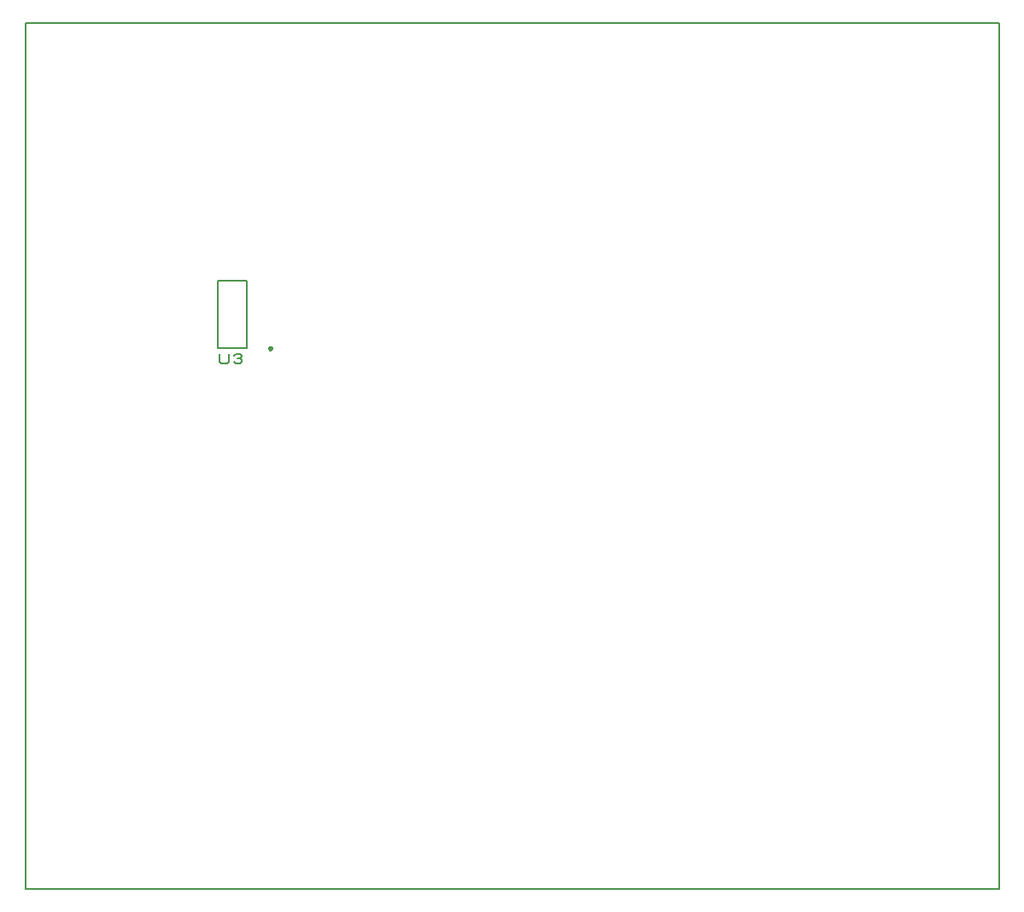
<source format=gbr>
G04 PROTEUS RS274X GERBER FILE*
%FSLAX45Y45*%
%MOMM*%
G01*
%ADD20C,0.250000*%
%ADD21C,0.200000*%
%ADD17C,0.203200*%
D20*
X-7260500Y+5418000D02*
X-7260544Y+5419042D01*
X-7260898Y+5421128D01*
X-7261639Y+5423214D01*
X-7262853Y+5425300D01*
X-7264708Y+5427354D01*
X-7266794Y+5428851D01*
X-7268880Y+5429802D01*
X-7270966Y+5430333D01*
X-7273000Y+5430500D01*
X-7285500Y+5418000D02*
X-7285456Y+5419042D01*
X-7285102Y+5421128D01*
X-7284361Y+5423214D01*
X-7283147Y+5425300D01*
X-7281292Y+5427354D01*
X-7279206Y+5428851D01*
X-7277120Y+5429802D01*
X-7275034Y+5430333D01*
X-7273000Y+5430500D01*
X-7285500Y+5418000D02*
X-7285456Y+5416958D01*
X-7285102Y+5414872D01*
X-7284361Y+5412786D01*
X-7283147Y+5410700D01*
X-7281292Y+5408646D01*
X-7279206Y+5407149D01*
X-7277120Y+5406198D01*
X-7275034Y+5405667D01*
X-7273000Y+5405500D01*
X-7260500Y+5418000D02*
X-7260544Y+5416958D01*
X-7260898Y+5414872D01*
X-7261639Y+5412786D01*
X-7262853Y+5410700D01*
X-7264708Y+5408646D01*
X-7266794Y+5407149D01*
X-7268880Y+5406198D01*
X-7270966Y+5405667D01*
X-7273000Y+5405500D01*
D21*
X-7503000Y+6088000D02*
X-7793000Y+6088000D01*
X-7793000Y+5418000D01*
X-7503000Y+5418000D01*
X-7503000Y+6088000D01*
D17*
X-7775000Y+5362520D02*
X-7775000Y+5286320D01*
X-7759125Y+5271080D01*
X-7695625Y+5271080D01*
X-7679750Y+5286320D01*
X-7679750Y+5362520D01*
X-7632125Y+5347280D02*
X-7616250Y+5362520D01*
X-7568625Y+5362520D01*
X-7552750Y+5347280D01*
X-7552750Y+5332040D01*
X-7568625Y+5316800D01*
X-7552750Y+5301560D01*
X-7552750Y+5286320D01*
X-7568625Y+5271080D01*
X-7616250Y+5271080D01*
X-7632125Y+5286320D01*
X-7600375Y+5316800D02*
X-7568625Y+5316800D01*
X-9700000Y+50000D02*
X-50000Y+50000D01*
X-50000Y+8650000D01*
X-9700000Y+8650000D01*
X-9700000Y+50000D01*
M02*

</source>
